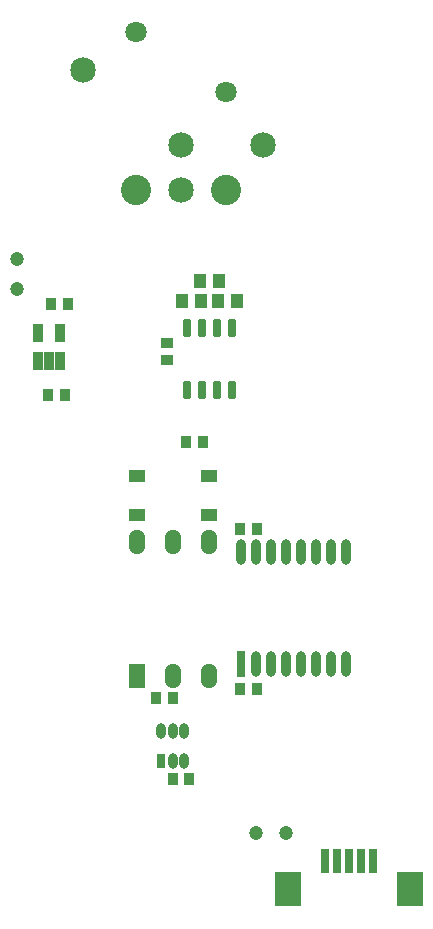
<source format=gts>
G04*
G04 #@! TF.GenerationSoftware,Altium Limited,CircuitStudio,1.5.2 (30)*
G04*
G04 Layer_Color=20142*
%FSLAX25Y25*%
%MOIN*%
G70*
G01*
G75*
%ADD39R,0.03556X0.04343*%
%ADD40R,0.04343X0.03556*%
%ADD41R,0.05603X0.04383*%
%ADD42R,0.04343X0.04737*%
%ADD43C,0.04737*%
%ADD44R,0.03556X0.05918*%
%ADD45O,0.03162X0.05131*%
%ADD46R,0.03162X0.05131*%
%ADD47O,0.03162X0.08674*%
%ADD48R,0.03162X0.08674*%
%ADD49R,0.05288X0.08280*%
%ADD50O,0.05288X0.08280*%
%ADD51R,0.03162X0.08280*%
%ADD52R,0.09068X0.11824*%
G04:AMPARAMS|DCode=53|XSize=29.65mil|YSize=57.21mil|CornerRadius=5.95mil|HoleSize=0mil|Usage=FLASHONLY|Rotation=180.000|XOffset=0mil|YOffset=0mil|HoleType=Round|Shape=RoundedRectangle|*
%AMROUNDEDRECTD53*
21,1,0.02965,0.04532,0,0,180.0*
21,1,0.01776,0.05721,0,0,180.0*
1,1,0.01190,-0.00888,0.02266*
1,1,0.01190,0.00888,0.02266*
1,1,0.01190,0.00888,-0.02266*
1,1,0.01190,-0.00888,-0.02266*
%
%ADD53ROUNDEDRECTD53*%
%ADD54C,0.08500*%
%ADD55C,0.10100*%
%ADD56C,0.07100*%
D39*
X220563Y363878D02*
D03*
X226075D02*
D03*
X225063Y476378D02*
D03*
X230575D02*
D03*
X180063Y522378D02*
D03*
X185575D02*
D03*
X179063Y491878D02*
D03*
X184575D02*
D03*
X220575Y390878D02*
D03*
X215063D02*
D03*
X243063Y393878D02*
D03*
X248575D02*
D03*
X243063Y447378D02*
D03*
X248575D02*
D03*
D40*
X218819Y509134D02*
D03*
Y503622D02*
D03*
D41*
X208819Y464815D02*
D03*
Y451941D02*
D03*
X232819Y464815D02*
D03*
Y451941D02*
D03*
D42*
X241969Y523378D02*
D03*
X235669D02*
D03*
X229669Y529878D02*
D03*
X235969D02*
D03*
X229969Y523378D02*
D03*
X223669D02*
D03*
D43*
X168819Y527378D02*
D03*
Y537378D02*
D03*
X248319Y345878D02*
D03*
X258319D02*
D03*
D44*
X175579Y512602D02*
D03*
X183059D02*
D03*
Y503154D02*
D03*
X179319D02*
D03*
X175579D02*
D03*
D45*
X224299Y380114D02*
D03*
X220559D02*
D03*
X216819D02*
D03*
X224299Y369878D02*
D03*
X220559D02*
D03*
D46*
X216819D02*
D03*
D47*
X278319Y439780D02*
D03*
X273319D02*
D03*
X268319D02*
D03*
X263319D02*
D03*
X258319D02*
D03*
X253319D02*
D03*
X248319D02*
D03*
X243319D02*
D03*
X278319Y402378D02*
D03*
X273319D02*
D03*
X268319D02*
D03*
X263319D02*
D03*
X258319D02*
D03*
X253319D02*
D03*
X248319D02*
D03*
D48*
X243319D02*
D03*
D49*
X208819Y398378D02*
D03*
D50*
X220827D02*
D03*
X232835D02*
D03*
X208819Y442906D02*
D03*
X220827D02*
D03*
X232835D02*
D03*
D51*
X271445Y336504D02*
D03*
X275382D02*
D03*
X279319D02*
D03*
X283256D02*
D03*
X287193D02*
D03*
D52*
X259043Y327252D02*
D03*
X299594D02*
D03*
D53*
X225319Y493543D02*
D03*
X230319D02*
D03*
X235319D02*
D03*
X240319D02*
D03*
X225319Y514213D02*
D03*
X230319D02*
D03*
X235319D02*
D03*
X240319D02*
D03*
D54*
X223319Y560378D02*
D03*
Y575378D02*
D03*
X250819D02*
D03*
X190819Y600378D02*
D03*
D55*
X208319Y560378D02*
D03*
X238319D02*
D03*
D56*
Y592878D02*
D03*
X208319Y612878D02*
D03*
M02*

</source>
